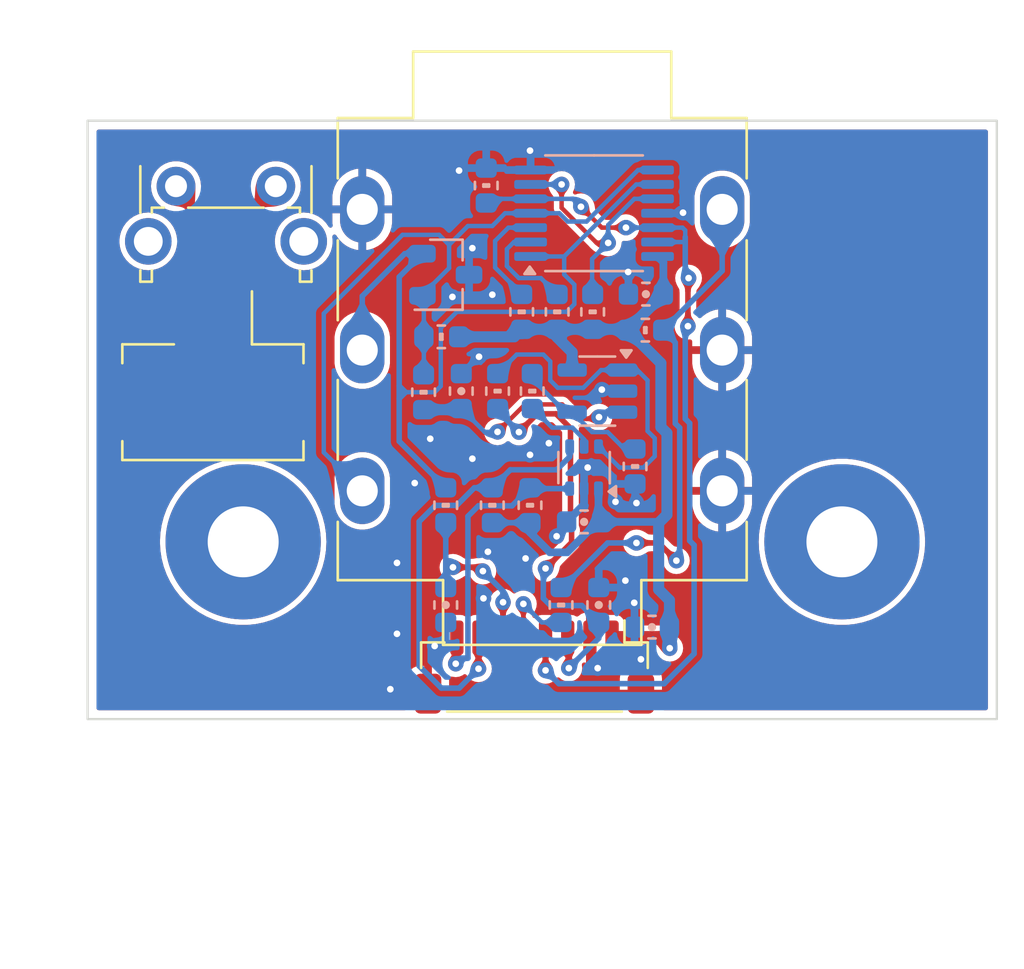
<source format=kicad_pcb>
(kicad_pcb (version 20240108) (generator "pcbnew") (generator_version "8.0")
  (layers (0 "F.Cu" signal) (31 "B.Cu" signal) (34 "B.Paste" user) (35 "F.Paste" user) (36 "B.SilkS" user "B.Silkscreen") (37 "F.SilkS" user "F.Silkscreen") (38 "B.Mask" user) (39 "F.Mask" user) (44 "Edge.Cuts" user))
  (net 0 "")
  (net 1 "Vcc")
  (net 2 "GND")
  (net 3 "/EXP_LP")
  (net 4 "ADC")
  (net 5 "RSin")
  (net 6 "/R_IN")
  (net 7 "/EXP_SENSE")
  (net 8 "/T_IN")
  (net 9 "Sense")
  (net 10 "SCL")
  (net 11 "SDA")
  (net 12 "TRctrl")
  (net 13 "Net-(U2--)")
  (net 14 "Net-(U3-W)")
  (net 15 "Net-(U3-A)")
  (net 16 "Net-(J3-Pin_1)")
  (net 17 "Net-(J3-Pin_2)")
  (net 18 "Net-(R13-Pad2)")
  (net 19 "Net-(R14-Pad2)")
  (net 20 "Net-(R15-Pad2)")
  (footprint "MountingHole:MountingHole_3.2mm_M3" (layer "F.Cu") (at 107.765 132.25)
    (property "Reference" "H2" (hide yes))
    (property "Value" "MountingHole" (hide yes))
    (pad "" thru_hole circle (at 0 0) (size 7 7) (drill 3.2) (layers "*.Cu" "*.Mask" "In1.Cu" "In2.Cu" "In3.Cu" "In4.Cu" "In5.Cu" "In6.Cu" "In7.Cu" "In8.Cu" "In9.Cu" "In10.Cu" "In11.Cu" "In12.Cu" "In13.Cu" "In14.Cu" "In15.Cu" "In16.Cu" "In17.Cu" "In18.Cu" "In19.Cu" "In20.Cu" "In21.Cu" "In22.Cu" "In23.Cu" "In24.Cu" "In25.Cu" "In26.Cu" "In27.Cu" "In28.Cu" "In29.Cu" "In30.Cu"))
  )
  (footprint "Connector_JST:JST_SH_BM08B-SRSS-TB_1x08-1MP_P1.00mm_Vertical" (layer "F.Cu") (at 93.9 137.9 180)
    (property "Reference" "J2" (hide yes))
    (property "Value" "Conn_01x08_MountingPin")
    (pad "1" smd roundrect (at -3.5 1.325 180) (size 0.6 1.55) (layers "F.Cu" "F.Paste" "F.Mask") (net 1 "Vcc"))
    (pad "2" smd roundrect (at -2.5 1.325 180) (size 0.6 1.55) (layers "F.Cu" "F.Paste" "F.Mask") (net 2 "GND"))
    (pad "3" smd roundrect (at -1.5 1.325 180) (size 0.6 1.55) (layers "F.Cu" "F.Paste" "F.Mask") (net 4 "ADC"))
    (pad "4" smd roundrect (at -0.5 1.325 180) (size 0.6 1.55) (layers "F.Cu" "F.Paste" "F.Mask") (net 12 "TRctrl"))
    (pad "5" smd roundrect (at 0.5 1.325 180) (size 0.6 1.55) (layers "F.Cu" "F.Paste" "F.Mask") (net 9 "Sense"))
    (pad "6" smd roundrect (at 1.5 1.325 180) (size 0.6 1.55) (layers "F.Cu" "F.Paste" "F.Mask") (net 5 "RSin"))
    (pad "7" smd roundrect (at 2.5 1.325 180) (size 0.6 1.55) (layers "F.Cu" "F.Paste" "F.Mask") (net 11 "SDA"))
    (pad "8" smd roundrect (at 3.5 1.325 180) (size 0.6 1.55) (layers "F.Cu" "F.Paste" "F.Mask") (net 10 "SCL"))
    (pad "MP" smd roundrect (at -4.8 -1.2 180) (size 1.2 1.8) (layers "F.Cu" "F.Paste" "F.Mask") (roundrect_rratio 0.208333) (net 2 "GND"))
    (pad "MP" smd roundrect (at 4.8 -1.2 180) (size 1.2 1.8) (layers "F.Cu" "F.Paste" "F.Mask") (roundrect_rratio 0.208333) (net 2 "GND"))
  )
  (footprint "Connector_JST:JST_PH_B2B-PH-SM4-TB_1x02-1MP_P2.00mm_Vertical" (layer "F.Cu") (at 79.4 124.2 180)
    (property "Reference" "J3" (hide yes))
    (property "Value" "Conn_01x02_MountingPin")
    (pad "1" smd roundrect (at -1 0.5 180) (size 1 5.5) (layers "F.Cu" "F.Paste" "F.Mask") (net 16 "Net-(J3-Pin_1)"))
    (pad "2" smd roundrect (at 1 0.5 180) (size 1 5.5) (layers "F.Cu" "F.Paste" "F.Mask") (net 17 "Net-(J3-Pin_2)"))
    (pad "MP" smd roundrect (at -3.4 -1.75 180) (size 1.6 3) (layers "F.Cu" "F.Paste" "F.Mask") (roundrect_rratio 0.15625) (net 2 "GND"))
    (pad "MP" smd roundrect (at 3.4 -1.75 180) (size 1.6 3) (layers "F.Cu" "F.Paste" "F.Mask") (roundrect_rratio 0.15625) (net 2 "GND"))
  )
  (footprint "Connector_Audio:Jack_6.35mm_Neutrik_NMJ6HCD2_Horizontal" (layer "F.Cu") (at 86.135 129.95 90)
    (property "Reference" "J1" (hide yes))
    (property "Value" "NMJ6HCD2")
    (pad "R" thru_hole oval (at 6.35 0 90) (size 3 2) (drill 1.4) (layers "*.Cu" "*.Mask" "In1.Cu" "In2.Cu" "In3.Cu" "In4.Cu" "In5.Cu" "In6.Cu" "In7.Cu" "In8.Cu" "In9.Cu" "In10.Cu" "In11.Cu" "In12.Cu" "In13.Cu" "In14.Cu" "In15.Cu" "In16.Cu" "In17.Cu" "In18.Cu" "In19.Cu" "In20.Cu" "In21.Cu" "In22.Cu" "In23.Cu" "In24.Cu" "In25.Cu" "In26.Cu" "In27.Cu" "In28.Cu" "In29.Cu" "In30.Cu") (net 6 "/R_IN"))
    (pad "RN" thru_hole oval (at 6.35 16.23 90) (size 3 2) (drill 1.4) (layers "*.Cu" "*.Mask" "In1.Cu" "In2.Cu" "In3.Cu" "In4.Cu" "In5.Cu" "In6.Cu" "In7.Cu" "In8.Cu" "In9.Cu" "In10.Cu" "In11.Cu" "In12.Cu" "In13.Cu" "In14.Cu" "In15.Cu" "In16.Cu" "In17.Cu" "In18.Cu" "In19.Cu" "In20.Cu" "In21.Cu" "In22.Cu" "In23.Cu" "In24.Cu" "In25.Cu" "In26.Cu" "In27.Cu" "In28.Cu" "In29.Cu" "In30.Cu") (net 2 "GND"))
    (pad "S" thru_hole oval (at 12.7 0 90) (size 3 2) (drill 1.4) (layers "*.Cu" "*.Mask" "In1.Cu" "In2.Cu" "In3.Cu" "In4.Cu" "In5.Cu" "In6.Cu" "In7.Cu" "In8.Cu" "In9.Cu" "In10.Cu" "In11.Cu" "In12.Cu" "In13.Cu" "In14.Cu" "In15.Cu" "In16.Cu" "In17.Cu" "In18.Cu" "In19.Cu" "In20.Cu" "In21.Cu" "In22.Cu" "In23.Cu" "In24.Cu" "In25.Cu" "In26.Cu" "In27.Cu" "In28.Cu" "In29.Cu" "In30.Cu") (net 2 "GND"))
    (pad "SN" thru_hole oval (at 12.7 16.23 90) (size 3 2) (drill 1.4) (layers "*.Cu" "*.Mask" "In1.Cu" "In2.Cu" "In3.Cu" "In4.Cu" "In5.Cu" "In6.Cu" "In7.Cu" "In8.Cu" "In9.Cu" "In10.Cu" "In11.Cu" "In12.Cu" "In13.Cu" "In14.Cu" "In15.Cu" "In16.Cu" "In17.Cu" "In18.Cu" "In19.Cu" "In20.Cu" "In21.Cu" "In22.Cu" "In23.Cu" "In24.Cu" "In25.Cu" "In26.Cu" "In27.Cu" "In28.Cu" "In29.Cu" "In30.Cu") (net 7 "/EXP_SENSE"))
    (pad "T" thru_hole oval (at 0 0 90) (size 3 2) (drill 1.4) (layers "*.Cu" "*.Mask" "In1.Cu" "In2.Cu" "In3.Cu" "In4.Cu" "In5.Cu" "In6.Cu" "In7.Cu" "In8.Cu" "In9.Cu" "In10.Cu" "In11.Cu" "In12.Cu" "In13.Cu" "In14.Cu" "In15.Cu" "In16.Cu" "In17.Cu" "In18.Cu" "In19.Cu" "In20.Cu" "In21.Cu" "In22.Cu" "In23.Cu" "In24.Cu" "In25.Cu" "In26.Cu" "In27.Cu" "In28.Cu" "In29.Cu" "In30.Cu") (net 8 "/T_IN"))
    (pad "TN" thru_hole oval (at 0 16.23 90) (size 3 2) (drill 1.4) (layers "*.Cu" "*.Mask" "In1.Cu" "In2.Cu" "In3.Cu" "In4.Cu" "In5.Cu" "In6.Cu" "In7.Cu" "In8.Cu" "In9.Cu" "In10.Cu" "In11.Cu" "In12.Cu" "In13.Cu" "In14.Cu" "In15.Cu" "In16.Cu" "In17.Cu" "In18.Cu" "In19.Cu" "In20.Cu" "In21.Cu" "In22.Cu" "In23.Cu" "In24.Cu" "In25.Cu" "In26.Cu" "In27.Cu" "In28.Cu" "In29.Cu" "In30.Cu") (net 2 "GND"))
  )
  (footprint "Button_Switch_THT:SW_Tactile_SPST_Angled_PTS645Vx83-2LFS" (layer "F.Cu") (at 77.736 116.204)
    (property "Reference" "SW1" (hide yes))
    (property "Value" "SW_Push")
    (pad "" thru_hole circle (at -1.25 2.49) (size 2.1 2.1) (drill 1.3) (layers "*.Cu" "*.Mask" "In1.Cu" "In2.Cu" "In3.Cu" "In4.Cu" "In5.Cu" "In6.Cu" "In7.Cu" "In8.Cu" "In9.Cu" "In10.Cu" "In11.Cu" "In12.Cu" "In13.Cu" "In14.Cu" "In15.Cu" "In16.Cu" "In17.Cu" "In18.Cu" "In19.Cu" "In20.Cu" "In21.Cu" "In22.Cu" "In23.Cu" "In24.Cu" "In25.Cu" "In26.Cu" "In27.Cu" "In28.Cu" "In29.Cu" "In30.Cu"))
    (pad "" thru_hole circle (at 5.76 2.49) (size 2.1 2.1) (drill 1.3) (layers "*.Cu" "*.Mask" "In1.Cu" "In2.Cu" "In3.Cu" "In4.Cu" "In5.Cu" "In6.Cu" "In7.Cu" "In8.Cu" "In9.Cu" "In10.Cu" "In11.Cu" "In12.Cu" "In13.Cu" "In14.Cu" "In15.Cu" "In16.Cu" "In17.Cu" "In18.Cu" "In19.Cu" "In20.Cu" "In21.Cu" "In22.Cu" "In23.Cu" "In24.Cu" "In25.Cu" "In26.Cu" "In27.Cu" "In28.Cu" "In29.Cu" "In30.Cu"))
    (pad "1" thru_hole circle (at 0 0) (size 1.75 1.75) (drill 0.99) (layers "*.Cu" "*.Mask" "In1.Cu" "In2.Cu" "In3.Cu" "In4.Cu" "In5.Cu" "In6.Cu" "In7.Cu" "In8.Cu" "In9.Cu" "In10.Cu" "In11.Cu" "In12.Cu" "In13.Cu" "In14.Cu" "In15.Cu" "In16.Cu" "In17.Cu" "In18.Cu" "In19.Cu" "In20.Cu" "In21.Cu" "In22.Cu" "In23.Cu" "In24.Cu" "In25.Cu" "In26.Cu" "In27.Cu" "In28.Cu" "In29.Cu" "In30.Cu") (net 17 "Net-(J3-Pin_2)"))
    (pad "2" thru_hole circle (at 4.5 0) (size 1.75 1.75) (drill 0.99) (layers "*.Cu" "*.Mask" "In1.Cu" "In2.Cu" "In3.Cu" "In4.Cu" "In5.Cu" "In6.Cu" "In7.Cu" "In8.Cu" "In9.Cu" "In10.Cu" "In11.Cu" "In12.Cu" "In13.Cu" "In14.Cu" "In15.Cu" "In16.Cu" "In17.Cu" "In18.Cu" "In19.Cu" "In20.Cu" "In21.Cu" "In22.Cu" "In23.Cu" "In24.Cu" "In25.Cu" "In26.Cu" "In27.Cu" "In28.Cu" "In29.Cu" "In30.Cu") (net 16 "Net-(J3-Pin_1)"))
  )
  (footprint "MountingHole:MountingHole_3.2mm_M3" (layer "F.Cu") (at 80.765 132.25)
    (property "Reference" "H1" (hide yes))
    (property "Value" "MountingHole")
    (pad "" thru_hole circle (at 0 0) (size 7 7) (drill 3.2) (layers "*.Cu" "*.Mask" "In1.Cu" "In2.Cu" "In3.Cu" "In4.Cu" "In5.Cu" "In6.Cu" "In7.Cu" "In8.Cu" "In9.Cu" "In10.Cu" "In11.Cu" "In12.Cu" "In13.Cu" "In14.Cu" "In15.Cu" "In16.Cu" "In17.Cu" "In18.Cu" "In19.Cu" "In20.Cu" "In21.Cu" "In22.Cu" "In23.Cu" "In24.Cu" "In25.Cu" "In26.Cu" "In27.Cu" "In28.Cu" "In29.Cu" "In30.Cu"))
  )
  (footprint "Package_SO:TSSOP-14_4.4x5mm_P0.65mm" (layer "B.Cu") (at 96.5875 117.425)
    (property "Reference" "U1" (hide yes))
    (property "Value" "74HC4066")
    (pad "1" smd roundrect (at -2.8625 1.95) (size 1.475 0.4) (layers "B.Cu" "B.Paste" "B.Mask") (net 6 "/R_IN"))
    (pad "2" smd roundrect (at -2.8625 1.3) (size 1.475 0.4) (layers "B.Cu" "B.Paste" "B.Mask") (net 19 "Net-(R14-Pad2)"))
    (pad "3" smd roundrect (at -2.8625 0.65) (size 1.475 0.4) (layers "B.Cu" "B.Paste" "B.Mask") (net 18 "Net-(R13-Pad2)"))
    (pad "4" smd roundrect (at -2.8625 0) (size 1.475 0.4) (layers "B.Cu" "B.Paste" "B.Mask") (net 8 "/T_IN"))
    (pad "5" smd roundrect (at -2.8625 -0.65) (size 1.475 0.4) (layers "B.Cu" "B.Paste" "B.Mask") (net 12 "TRctrl"))
    (pad "6" smd roundrect (at -2.8625 -1.3) (size 1.475 0.4) (layers "B.Cu" "B.Paste" "B.Mask") (net 20 "Net-(R15-Pad2)"))
    (pad "7" smd roundrect (at -2.8625 -1.95) (size 1.475 0.4) (layers "B.Cu" "B.Paste" "B.Mask") (net 2 "GND"))
    (pad "8" smd roundrect (at 2.8625 -1.95) (size 1.475 0.4) (layers "B.Cu" "B.Paste" "B.Mask") (net 8 "/T_IN"))
    (pad "9" smd roundrect (at 2.8625 -1.3) (size 1.475 0.4) (layers "B.Cu" "B.Paste" "B.Mask") (net 6 "/R_IN"))
    (pad "10" smd roundrect (at 2.8625 -0.65) (size 1.475 0.4) (layers "B.Cu" "B.Paste" "B.Mask") (net 20 "Net-(R15-Pad2)"))
    (pad "11" smd roundrect (at 2.8625 0) (size 1.475 0.4) (layers "B.Cu" "B.Paste" "B.Mask") (net 2 "GND"))
    (pad "12" smd roundrect (at 2.8625 0.65) (size 1.475 0.4) (layers "B.Cu" "B.Paste" "B.Mask") (net 12 "TRctrl"))
    (pad "13" smd roundrect (at 2.8625 1.3) (size 1.475 0.4) (layers "B.Cu" "B.Paste" "B.Mask") (net 12 "TRctrl"))
    (pad "14" smd roundrect (at 2.8625 1.95) (size 1.475 0.4) (layers "B.Cu" "B.Paste" "B.Mask") (net 1 "Vcc"))
  )
  (footprint "H_smd_passives:Hx_C_0603_1608Metric" (layer "B.Cu") (at 96.8 135.1 90)
    (property "Reference" "C3" (hide yes))
    (property "Value" "100n")
    (pad "1" smd roundrect (at -0.787501 0 90) (size 0.875 0.95) (layers "B.Cu" "B.Paste" "B.Mask") (net 4 "ADC"))
    (pad "2" smd roundrect (at 0.787501 0 90) (size 0.875 0.95) (layers "B.Cu" "B.Paste" "B.Mask") (net 2 "GND"))
  )
  (footprint "H_smd_passives:Hx_C_0603_1608Metric" (layer "B.Cu") (at 99.2 136.1 180)
    (property "Reference" "C1" (hide yes))
    (property "Value" "10u")
    (pad "1" smd roundrect (at -0.787501 0 180) (size 0.875 0.95) (layers "B.Cu" "B.Paste" "B.Mask") (net 1 "Vcc"))
    (pad "2" smd roundrect (at 0.787501 0 180) (size 0.875 0.95) (layers "B.Cu" "B.Paste" "B.Mask") (net 2 "GND"))
  )
  (footprint "H_smd_passives:Hx_R_0603_1608Metric" (layer "B.Cu") (at 91.725 116.175 90)
    (property "Reference" "R12" (hide yes))
    (property "Value" "10k")
    (pad "1" smd roundrect (at -0.787501 0 90) (size 0.875 0.95) (layers "B.Cu" "B.Paste" "B.Mask") (net 12 "TRctrl"))
    (pad "2" smd roundrect (at 0.787501 0 90) (size 0.875 0.95) (layers "B.Cu" "B.Paste" "B.Mask") (net 2 "GND"))
  )
  (footprint "Package_TO_SOT_SMD:SOT-363_SC-70-6" (layer "B.Cu") (at 96.1375 128.899999 90)
    (property "Reference" "U3" (hide yes))
    (property "Value" "MCP4018T-103E/LT")
    (pad "1" smd roundrect (at -0.95 0.65 90) (size 0.65 0.4) (layers "B.Cu" "B.Paste" "B.Mask") (net 1 "Vcc"))
    (pad "2" smd roundrect (at -0.949999 0 90) (size 0.65 0.4) (layers "B.Cu" "B.Paste" "B.Mask") (net 2 "GND"))
    (pad "3" smd roundrect (at -0.95 -0.65 90) (size 0.65 0.4) (layers "B.Cu" "B.Paste" "B.Mask") (net 10 "SCL"))
    (pad "4" smd roundrect (at 0.95 -0.65 90) (size 0.65 0.4) (layers "B.Cu" "B.Paste" "B.Mask") (net 11 "SDA"))
    (pad "5" smd roundrect (at 0.949999 0 90) (size 0.65 0.4) (layers "B.Cu" "B.Paste" "B.Mask") (net 14 "Net-(U3-W)"))
    (pad "6" smd roundrect (at 0.95 0.65 90) (size 0.65 0.4) (layers "B.Cu" "B.Paste" "B.Mask") (net 15 "Net-(U3-A)"))
  )
  (footprint "H_smd_passives:Hx_R_0603_1608Metric" (layer "B.Cu") (at 89.7 123 180)
    (property "Reference" "R1" (hide yes))
    (property "Value" "100k")
    (pad "1" smd roundrect (at -0.787501 0 180) (size 0.875 0.95) (layers "B.Cu" "B.Paste" "B.Mask") (net 1 "Vcc"))
    (pad "2" smd roundrect (at 0.787501 0 180) (size 0.875 0.95) (layers "B.Cu" "B.Paste" "B.Mask") (net 8 "/T_IN"))
  )
  (footprint "H_smd_passives:Hx_R_0603_1608Metric" (layer "B.Cu") (at 93.325 121.875 90)
    (property "Reference" "R13" (hide yes))
    (property "Value" "10k")
    (pad "1" smd roundrect (at -0.787501 0 90) (size 0.875 0.95) (layers "B.Cu" "B.Paste" "B.Mask") (net 1 "Vcc"))
    (pad "2" smd roundrect (at 0.787501 0 90) (size 0.875 0.95) (layers "B.Cu" "B.Paste" "B.Mask") (net 18 "Net-(R13-Pad2)"))
  )
  (footprint "H_smd_passives:Hx_R_0603_1608Metric" (layer "B.Cu") (at 98.4375 128.85 -90)
    (property "Reference" "R5" (hide yes))
    (property "Value" "1k")
    (pad "1" smd roundrect (at -0.787501 0 270) (size 0.875 0.95) (layers "B.Cu" "B.Paste" "B.Mask") (net 13 "Net-(U2--)"))
    (pad "2" smd roundrect (at 0.787501 0 270) (size 0.875 0.95) (layers "B.Cu" "B.Paste" "B.Mask") (net 2 "GND"))
  )
  (footprint "H_smd_passives:Hx_R_0603_1608Metric" (layer "B.Cu") (at 93.8 125.45 -90)
    (property "Reference" "R4" (hide yes))
    (property "Value" "1k")
    (pad "1" smd roundrect (at -0.787501 0 270) (size 0.875 0.95) (layers "B.Cu" "B.Paste" "B.Mask") (net 13 "Net-(U2--)"))
    (pad "2" smd roundrect (at 0.787501 0 270) (size 0.875 0.95) (layers "B.Cu" "B.Paste" "B.Mask") (net 14 "Net-(U3-W)"))
  )
  (footprint "H_smd_passives:Hx_R_0603_1608Metric" (layer "B.Cu") (at 88.9 125.5 -90)
    (property "Reference" "R3" (hide yes))
    (property "Value" "1k")
    (pad "1" smd roundrect (at -0.787501 0 270) (size 0.875 0.95) (layers "B.Cu" "B.Paste" "B.Mask") (net 8 "/T_IN"))
    (pad "2" smd roundrect (at 0.787501 0 270) (size 0.875 0.95) (layers "B.Cu" "B.Paste" "B.Mask") (net 3 "/EXP_LP"))
  )
  (footprint "H_smd_passives:Hx_C_0603_1608Metric" (layer "B.Cu") (at 96.1375 131.35)
    (property "Reference" "C4" (hide yes))
    (property "Value" "100n")
    (pad "1" smd roundrect (at -0.787501 0) (size 0.875 0.95) (layers "B.Cu" "B.Paste" "B.Mask") (net 2 "GND"))
    (pad "2" smd roundrect (at 0.787501 0) (size 0.875 0.95) (layers "B.Cu" "B.Paste" "B.Mask") (net 1 "Vcc"))
  )
  (footprint "H_smd_passives:Hx_R_0603_1608Metric" (layer "B.Cu") (at 89.9 130.6 90)
    (property "Reference" "R9" (hide yes))
    (property "Value" "1k")
    (pad "1" smd roundrect (at -0.787501 0 90) (size 0.875 0.95) (layers "B.Cu" "B.Paste" "B.Mask") (net 5 "RSin"))
    (pad "2" smd roundrect (at 0.787501 0 90) (size 0.875 0.95) (layers "B.Cu" "B.Paste" "B.Mask") (net 6 "/R_IN"))
  )
  (footprint "H_smd_passives:Hx_R_0603_1608Metric" (layer "B.Cu") (at 93.7 130.6 90)
    (property "Reference" "R10" (hide yes))
    (property "Value" "10k")
    (pad "1" smd roundrect (at -0.787501 0 90) (size 0.875 0.95) (layers "B.Cu" "B.Paste" "B.Mask") (net 1 "Vcc"))
    (pad "2" smd roundrect (at 0.787501 0 90) (size 0.875 0.95) (layers "B.Cu" "B.Paste" "B.Mask") (net 10 "SCL"))
  )
  (footprint "H_smd_passives:Hx_R_0603_1608Metric" (layer "B.Cu") (at 92.2375 125.45 -90)
    (property "Reference" "R6" (hide yes))
    (property "Value" "1k")
    (pad "1" smd roundrect (at -0.787501 0 270) (size 0.875 0.95) (layers "B.Cu" "B.Paste" "B.Mask") (net 15 "Net-(U3-A)"))
    (pad "2" smd roundrect (at 0.787501 0 270) (size 0.875 0.95) (layers "B.Cu" "B.Paste" "B.Mask") (net 4 "ADC"))
  )
  (footprint "H_smd_passives:Hx_R_0603_1608Metric" (layer "B.Cu") (at 96.525 121.875 90)
    (property "Reference" "R15" (hide yes))
    (property "Value" "10k")
    (pad "1" smd roundrect (at -0.787501 0 90) (size 0.875 0.95) (layers "B.Cu" "B.Paste" "B.Mask") (net 1 "Vcc"))
    (pad "2" smd roundrect (at 0.787501 0 90) (size 0.875 0.95) (layers "B.Cu" "B.Paste" "B.Mask") (net 20 "Net-(R15-Pad2)"))
  )
  (footprint "H_smd_passives:Hx_R_0603_1608Metric" (layer "B.Cu") (at 92 130.6 90)
    (property "Reference" "R11" (hide yes))
    (property "Value" "10k")
    (pad "1" smd roundrect (at -0.787501 0 90) (size 0.875 0.95) (layers "B.Cu" "B.Paste" "B.Mask") (net 1 "Vcc"))
    (pad "2" smd roundrect (at 0.787501 0 90) (size 0.875 0.95) (layers "B.Cu" "B.Paste" "B.Mask") (net 11 "SDA"))
  )
  (footprint "H_smd_passives:Hx_C_0603_1608Metric" (layer "B.Cu") (at 90.6 125.45 90)
    (property "Reference" "C2" (hide yes))
    (property "Value" "100n")
    (pad "1" smd roundrect (at -0.787501 0 90) (size 0.875 0.95) (layers "B.Cu" "B.Paste" "B.Mask") (net 3 "/EXP_LP"))
    (pad "2" smd roundrect (at 0.787501 0 90) (size 0.875 0.95) (layers "B.Cu" "B.Paste" "B.Mask") (net 2 "GND"))
  )
  (footprint "H_smd_passives:Hx_C_0603_1608Metric" (layer "B.Cu") (at 89.9 135.1 -90)
    (property "Reference" "C6" (hide yes))
    (property "Value" "100n")
    (pad "1" smd roundrect (at -0.787501 0 270) (size 0.875 0.95) (layers "B.Cu" "B.Paste" "B.Mask") (net 5 "RSin"))
    (pad "2" smd roundrect (at 0.787501 0 270) (size 0.875 0.95) (layers "B.Cu" "B.Paste" "B.Mask") (net 2 "GND"))
  )
  (footprint "H_SOT:SOT-23" (layer "B.Cu") (at 89.9 120.2)
    (property "Reference" "D1" (hide yes))
    (property "Value" "PESD3V3L2BT")
    (pad "1" smd roundrect (at -1.050001 0.95) (size 1.2 0.8) (layers "B.Cu" "B.Paste" "B.Mask") (net 8 "/T_IN"))
    (pad "2" smd roundrect (at -1.050001 -0.95) (size 1.2 0.8) (layers "B.Cu" "B.Paste" "B.Mask") (net 6 "/R_IN"))
    (pad "3" smd roundrect (at 1.05 0) (size 1.2 0.8) (layers "B.Cu" "B.Paste" "B.Mask") (net 2 "GND"))
  )
  (footprint "H_smd_passives:Hx_R_0603_1608Metric" (layer "B.Cu") (at 94.925 121.875 90)
    (property "Reference" "R14" (hide yes))
    (property "Value" "10k")
    (pad "1" smd roundrect (at -0.787501 0 90) (size 0.875 0.95) (layers "B.Cu" "B.Paste" "B.Mask") (net 1 "Vcc"))
    (pad "2" smd roundrect (at 0.787501 0 90) (size 0.875 0.95) (layers "B.Cu" "B.Paste" "B.Mask") (net 19 "Net-(R14-Pad2)"))
  )
  (footprint "H_smd_passives:Hx_R_0603_1608Metric" (layer "B.Cu") (at 95.1 135.1 90)
    (property "Reference" "R8" (hide yes))
    (property "Value" "1k")
    (pad "1" smd roundrect (at -0.787501 0 90) (size 0.875 0.95) (layers "B.Cu" "B.Paste" "B.Mask") (net 9 "Sense"))
    (pad "2" smd roundrect (at 0.787501 0 90) (size 0.875 0.95) (layers "B.Cu" "B.Paste" "B.Mask") (net 7 "/EXP_SENSE"))
  )
  (footprint "H_smd_passives:Hx_R_0603_1608Metric" (layer "B.Cu") (at 98.9 122.7)
    (property "Reference" "R7" (hide yes))
    (property "Value" "10k")
    (pad "1" smd roundrect (at -0.787501 0) (size 0.875 0.95) (layers "B.Cu" "B.Paste" "B.Mask") (net 1 "Vcc"))
    (pad "2" smd roundrect (at 0.787501 0) (size 0.875 0.95) (layers "B.Cu" "B.Paste" "B.Mask") (net 7 "/EXP_SENSE"))
  )
  (footprint "Package_TO_SOT_SMD:SOT-23-5" (layer "B.Cu") (at 96.7375 125.45 180)
    (property "Reference" "U2" (hide yes))
    (property "Value" "MCP6001-OT")
    (pad "1" smd roundrect (at -1.1375 0.95 180) (size 1.325 0.6) (layers "B.Cu" "B.Paste" "B.Mask") (net 15 "Net-(U3-A)"))
    (pad "2" smd roundrect (at -1.1375 0 180) (size 1.325 0.6) (layers "B.Cu" "B.Paste" "B.Mask") (net 2 "GND"))
    (pad "3" smd roundrect (at -1.1375 -0.95 180) (size 1.325 0.6) (layers "B.Cu" "B.Paste" "B.Mask") (net 3 "/EXP_LP"))
    (pad "4" smd roundrect (at 1.1375 -0.95 180) (size 1.325 0.6) (layers "B.Cu" "B.Paste" "B.Mask") (net 13 "Net-(U2--)"))
    (pad "5" smd roundrect (at 1.1375 0.95 180) (size 1.325 0.6) (layers "B.Cu" "B.Paste" "B.Mask") (net 1 "Vcc"))
  )
  (footprint "H_smd_passives:Hx_C_0603_1608Metric" (layer "B.Cu") (at 98.925 121.075)
    (property "Reference" "C5" (hide yes))
    (property "Value" "100n")
    (pad "1" smd roundrect (at -0.787501 0) (size 0.875 0.95) (layers "B.Cu" "B.Paste" "B.Mask") (net 2 "GND"))
    (pad "2" smd roundrect (at 0.787501 0) (size 0.875 0.95) (layers "B.Cu" "B.Paste" "B.Mask") (net 1 "Vcc"))
  )
  (gr_rect (start 73.75 113.25) (end 114.75 140.25) (stroke (width 0.1)) (fill none) (layer "Edge.Cuts"))
  (segment (start 99.525 136.575) (end 100 137.05) (width 0.6) (layer "F.Cu") (net 1))
  (segment (start 97.4 136.575) (end 99.525 136.575) (width 0.6) (layer "F.Cu") (net 1))
  (via (at 100 137.05) (size 0.7) (drill 0.3) (layers "F.Cu" "B.Cu") (net 1))
  (segment (start 98.124999 122.662501) (end 99.712499 121.075) (width 0.5) (layer "B.Cu") (net 1))
  (segment (start 95.375 132.725) (end 94.599695 132.725) (width 0.35) (layer "B.Cu") (net 1))
  (segment (start 99.5 134.4) (end 99.987501 134.887501) (width 0.5) (layer "B.Cu") (net 1))
  (segment (start 99.45 131.35) (end 99.5 131.4) (width 0.35) (layer "B.Cu") (net 1))
  (segment (start 94.599695 132.725) (end 93.7 131.825305) (width 0.35) (layer "B.Cu") (net 1))
  (segment (start 96.925001 131.35) (end 99.45 131.35) (width 0.35) (layer "B.Cu") (net 1))
  (segment (start 92 131.387501) (end 93.7 131.387501) (width 0.25) (layer "B.Cu") (net 1))
  (segment (start 99.987501 134.887501) (end 99.987501 136.1) (width 0.5) (layer "B.Cu") (net 1))
  (segment (start 99.875 131.025) (end 99.5 131.4) (width 0.5) (layer "B.Cu") (net 1))
  (segment (start 96.75 131.35) (end 95.375 132.725) (width 0.35) (layer "B.Cu") (net 1))
  (segment (start 99.6 124.187501) (end 99.6 127.07359) (width 0.5) (layer "B.Cu") (net 1))
  (segment (start 99.712501 119.637501) (end 99.45 119.375) (width 0.35) (layer "B.Cu") (net 1))
  (segment (start 94.925 122.662501) (end 94.925 123.025) (width 0.5) (layer "B.Cu") (net 1))
  (segment (start 96.7875 131.212499) (end 96.925001 131.35) (width 0.35) (layer "B.Cu") (net 1))
  (segment (start 98.112499 122.7) (end 99.6 124.187501) (width 0.5) (layer "B.Cu") (net 1))
  (segment (start 93.7 131.825305) (end 93.7 131.387501) (width 0.35) (layer "B.Cu") (net 1))
  (segment (start 99.875 127.34859) (end 99.875 131.025) (width 0.5) (layer "B.Cu") (net 1))
  (segment (start 96.525 122.662501) (end 98.124999 122.662501) (width 0.5) (layer "B.Cu") (net 1))
  (segment (start 90.487501 123) (end 92.987501 123) (width 0.5) (layer "B.Cu") (net 1))
  (segment (start 99.712501 121.075) (end 99.712501 119.637501) (width 0.35) (layer "B.Cu") (net 1))
  (segment (start 96.925001 131.35) (end 96.75 131.35) (width 0.35) (layer "B.Cu") (net 1))
  (segment (start 99.5 131.4) (end 99.5 134.4) (width 0.5) (layer "B.Cu") (net 1))
  (segment (start 94.925 123.025) (end 95.6 123.7) (width 0.5) (layer "B.Cu") (net 1))
  (segment (start 92.987501 123) (end 93.325 122.662501) (width 0.5) (layer "B.Cu") (net 1))
  (segment (start 100 136.112499) (end 99.987501 136.1) (width 0.6) (layer "B.Cu") (net 1))
  (segment (start 94.925 122.662501) (end 96.525 122.662501) (width 0.5) (layer "B.Cu") (net 1))
  (segment (start 96.7875 129.849999) (end 96.7875 131.212499) (width 0.35) (layer "B.Cu") (net 1))
  (segment (start 100 137.05) (end 100 136.112499) (width 0.6) (layer "B.Cu") (net 1))
  (segment (start 99.6 127.07359) (end 99.875 127.34859) (width 0.5) (layer "B.Cu") (net 1))
  (segment (start 93.325 122.662501) (end 94.925 122.662501) (width 0.5) (layer "B.Cu") (net 1))
  (segment (start 95.6 123.7) (end 95.6 124.5) (width 0.5) (layer "B.Cu") (net 1))
  (via (at 94.55 127.8) (size 0.7) (drill 0.3) (layers "F.Cu" "B.Cu") (net 2))
  (via (at 87.7 136.4) (size 0.7) (drill 0.3) (layers "F.Cu" "B.Cu") (net 2))
  (via (at 90.5 115.5) (size 0.7) (drill 0.3) (layers "F.Cu" "B.Cu") (net 2))
  (via (at 89.2 127.6) (size 0.7) (drill 0.3) (layers "F.Cu" "B.Cu") (net 2))
  (via (at 94.9 132) (size 0.7) (drill 0.3) (layers "F.Cu" "B.Cu") (net 2))
  (via (at 90.2 121.2) (size 0.7) (drill 0.3) (layers "F.Cu" "B.Cu") (net 2))
  (via (at 91.8 132.7) (size 0.7) (drill 0.3) (layers "F.Cu" "B.Cu") (net 2))
  (via (at 88.5 129.6) (size 0.7) (drill 0.3) (layers "F.Cu" "B.Cu") (net 2))
  (via (at 89.4 136.95) (size 0.7) (drill 0.3) (layers "F.Cu" "B.Cu") (net 2))
  (via (at 91.6 134.8) (size 0.7) (drill 0.3) (layers "F.Cu" "B.Cu") (net 2))
  (via (at 91.1 128.5) (size 0.7) (drill 0.3) (layers "F.Cu" "B.Cu") (net 2))
  (via (at 93.5 133) (size 0.7) (drill 0.3) (layers "F.Cu" "B.Cu") (net 2))
  (via (at 98.125 120.075) (size 0.7) (drill 0.3) (layers "F.Cu" "B.Cu") (net 2))
  (via (at 98 134) (size 0.7) (drill 0.3) (layers "F.Cu" "B.Cu") (net 2))
  (via (at 96.938423 125.383869) (size 0.7) (drill 0.3) (layers "F.Cu" "B.Cu") (net 2))
  (via (at 93.7 114.6) (size 0.7) (drill 0.3) (layers "F.Cu" "B.Cu") (net 2))
  (via (at 92 121.1) (size 0.7) (drill 0.3) (layers "F.Cu" "B.Cu") (net 2))
  (via (at 87.4 138.9) (size 0.7) (drill 0.3) (layers "F.Cu" "B.Cu") (net 2))
  (via (at 96.3 128.9) (size 0.7) (drill 0.3) (layers "F.Cu" "B.Cu") (net 2))
  (via (at 87.7 133.2) (size 0.7) (drill 0.3) (layers "F.Cu" "B.Cu") (net 2))
  (via (at 93.7 128.325) (size 0.7) (drill 0.3) (layers "F.Cu" "B.Cu") (net 2))
  (via (at 98.4 135) (size 0.7) (drill 0.3) (layers "F.Cu" "B.Cu") (net 2))
  (via (at 98.7 137.55) (size 0.7) (drill 0.3) (layers "F.Cu" "B.Cu") (net 2))
  (via (at 98.5 130.5) (size 0.7) (drill 0.3) (layers "F.Cu" "B.Cu") (net 2))
  (via (at 100.6 117.4) (size 0.7) (drill 0.3) (layers "F.Cu" "B.Cu") (net 2))
  (via (at 97.554593 130.443697) (size 0.7) (drill 0.3) (layers "F.Cu" "B.Cu") (net 2))
  (via (at 91.4 123.9) (size 0.7) (drill 0.3) (layers "F.Cu" "B.Cu") (net 2))
  (via (at 91.1 119) (size 0.7) (drill 0.3) (layers "F.Cu" "B.Cu") (net 2))
  (via (at 96.75 137.95) (size 0.7) (drill 0.3) (layers "F.Cu" "B.Cu") (net 2))
  (segment (start 91.362499 123.9) (end 90.6 124.662499) (width 0.25) (layer "B.Cu") (net 2))
  (segment (start 100.597193 117.402807) (end 100.6 117.4) (width 0.2) (layer "B.Cu") (net 2))
  (segment (start 99.45 117.425) (end 100.597193 117.425) (width 0.2) (layer "B.Cu") (net 2))
  (segment (start 89.9 135.887501) (end 89.9 136.45) (width 0.2) (layer "B.Cu") (net 2))
  (segment (start 96.1375 129.849998) (end 96.1375 130.562499) (width 0.35) (layer "B.Cu") (net 2))
  (segment (start 98.1375 120.0875) (end 98.125 120.075) (width 0.2) (layer "B.Cu") (net 2))
  (segment (start 94.9 132) (end 95.349999 131.550001) (width 0.35) (layer "B.Cu") (net 2))
  (segment (start 95.349999 131.550001) (end 95.349999 131.35) (width 0.35) (layer "B.Cu") (net 2))
  (segment (start 98.1375 121.075) (end 98.1375 120.0875) (width 0.2) (layer "B.Cu") (net 2))
  (segment (start 91.4 123.9) (end 91.362499 123.9) (width 0.25) (layer "B.Cu") (net 2))
  (segment (start 96.1375 130.562499) (end 95.349999 131.35) (width 0.35) (layer "B.Cu") (net 2))
  (segment (start 98.4375 129.637501) (end 98.4375 130.4375) (width 0.25) (layer "B.Cu") (net 2))
  (segment (start 89.9 136.45) (end 89.4 136.95) (width 0.2) (layer "B.Cu") (net 2))
  (segment (start 100.597193 117.425) (end 100.597193 117.402807) (width 0.2) (layer "B.Cu") (net 2))
  (segment (start 97.004554 125.45) (end 96.938423 125.383869) (width 0.25) (layer "B.Cu") (net 2))
  (segment (start 97.875 125.45) (end 97.004554 125.45) (width 0.25) (layer "B.Cu") (net 2))
  (segment (start 98.4375 130.4375) (end 98.5 130.5) (width 0.25) (layer "B.Cu") (net 2))
  (segment (start 95.8 126.7) (end 95.15 126.05) (width 0.2) (layer "F.Cu") (net 3))
  (segment (start 96.809368 126.623392) (end 96.73276 126.7) (width 0.2) (layer "F.Cu") (net 3))
  (segment (start 93.475 126.05) (end 92.235202 127.289798) (width 0.2) (layer "F.Cu") (net 3))
  (segment (start 96.73276 126.7) (end 95.8 126.7) (width 0.2) (layer "F.Cu") (net 3))
  (segment (start 95.15 126.05) (end 93.475 126.05) (width 0.2) (layer "F.Cu") (net 3))
  (via (at 92.235202 127.289798) (size 0.7) (drill 0.3) (layers "F.Cu" "B.Cu") (net 3))
  (via (at 96.809368 126.623392) (size 0.7) (drill 0.3) (layers "F.Cu" "B.Cu") (net 3))
  (segment (start 96.809368 126.623392) (end 97.03276 126.4) (width 0.2) (layer "B.Cu") (net 3))
  (segment (start 90.55 126.287501) (end 90.6 126.237501) (width 0.5) (layer "B.Cu") (net 3))
  (segment (start 90.6 126.237501) (end 91.652297 127.289798) (width 0.2) (layer "B.Cu") (net 3))
  (segment (start 91.652297 127.289798) (end 92.235202 127.289798) (width 0.2) (layer "B.Cu") (net 3))
  (segment (start 97.03276 126.4) (end 97.875 126.4) (width 0.2) (layer "B.Cu") (net 3))
  (segment (start 88.9 126.287501) (end 90.55 126.287501) (width 0.5) (layer "B.Cu") (net 3))
  (segment (start 93.2 127.3) (end 94.025 126.475) (width 0.25) (layer "F.Cu") (net 4))
  (segment (start 95.45 137.95) (end 95.45 136.625) (width 0.25) (layer "F.Cu") (net 4))
  (segment (start 94.025 126.475) (end 94.875 126.475) (width 0.25) (layer "F.Cu") (net 4))
  (segment (start 95.575 132.279595) (end 94.404595 133.45) (width 0.25) (layer "F.Cu") (net 4))
  (segment (start 95.525 127.125) (end 95.525 131.670405) (width 0.25) (layer "F.Cu") (net 4))
  (segment (start 94.875 126.475) (end 95.525 127.125) (width 0.25) (layer "F.Cu") (net 4))
  (segment (start 94.404595 133.45) (end 94.4 133.45) (width 0.25) (layer "F.Cu") (net 4))
  (segment (start 95.575 131.720405) (end 95.575 132.279595) (width 0.25) (layer "F.Cu") (net 4))
  (segment (start 95.525 131.670405) (end 95.575 131.720405) (width 0.25) (layer "F.Cu") (net 4))
  (segment (start 95.45 136.625) (end 95.4 136.575) (width 0.25) (layer "F.Cu") (net 4))
  (via (at 95.45 137.95) (size 0.7) (drill 0.3) (layers "F.Cu" "B.Cu") (net 4))
  (via (at 93.2 127.3) (size 0.7) (drill 0.3) (layers "F.Cu" "B.Cu") (net 4))
  (via (at 94.4 133.45) (size 0.7) (drill 0.3) (layers "F.Cu" "B.Cu") (net 4))
  (segment (start 93.2 127.3) (end 92.2375 126.3375) (width 0.25) (layer "B.Cu") (net 4))
  (segment (start 94.3 133.55) (end 94.3 134.8) (width 0.25) (layer "B.Cu") (net 4))
  (segment (start 96.8 135.887501) (end 96.8 136.6) (width 0.25) (layer "B.Cu") (net 4))
  (segment (start 92.2375 126.3375) (end 92.2375 126.237501) (width 0.25) (layer "B.Cu") (net 4))
  (segment (start 94.3 134.8) (end 94.625001 135.125001) (width 0.25) (layer "B.Cu") (net 4))
  (segment (start 96.8 135.887501) (end 96.0375 135.125001) (width 0.25) (layer "B.Cu") (net 4))
  (segment (start 94.4 133.45) (end 94.3 133.55) (width 0.25) (layer "B.Cu") (net 4))
  (segment (start 96.8 136.6) (end 95.45 137.95) (width 0.25) (layer "B.Cu") (net 4))
  (segment (start 96.0375 135.125001) (end 94.625001 135.125001) (width 0.25) (layer "B.Cu") (net 4))
  (segment (start 90.225 133.4) (end 91.403577 133.4) (width 0.25) (layer "F.Cu") (net 5))
  (segment (start 91.403577 133.4) (end 91.575 133.571423) (width 0.25) (layer "F.Cu") (net 5))
  (segment (start 92.482525 136.492475) (end 92.4 136.575) (width 0.25) (layer "F.Cu") (net 5))
  (segment (start 92.482525 134.976505) (end 92.482525 136.492475) (width 0.25) (layer "F.Cu") (net 5))
  (via (at 92.482525 134.976505) (size 0.7) (drill 0.3) (layers "F.Cu" "B.Cu") (net 5))
  (via (at 90.225 133.4) (size 0.7) (drill 0.3) (layers "F.Cu" "B.Cu") (net 5))
  (via (at 91.575 133.571423) (size 0.7) (drill 0.3) (layers "F.Cu" "B.Cu") (net 5))
  (segment (start 92.500001 134.959029) (end 92.482525 134.976505) (width 0.25) (layer "B.Cu") (net 5))
  (segment (start 91.575 133.571423) (end 92.500001 134.496424) (width 0.25) (layer "B.Cu") (net 5))
  (segment (start 89.9 133.725) (end 90.225 133.4) (width 0.25) (layer "B.Cu") (net 5))
  (segment (start 89.9 133.1) (end 89.9 131.387501) (width 0.25) (layer "B.Cu") (net 5))
  (segment (start 89.9 133.8) (end 89.9 133.1) (width 0.25) (layer "B.Cu") (net 5))
  (segment (start 89.925 133.1) (end 90.225 133.4) (width 0.25) (layer "B.Cu") (net 5))
  (segment (start 89.9 134.312499) (end 89.9 133.8) (width 0.25) (layer "B.Cu") (net 5))
  (segment (start 89.9 133.8) (end 89.9 133.725) (width 0.25) (layer "B.Cu") (net 5))
  (segment (start 89.9 133.1) (end 89.925 133.1) (width 0.25) (layer "B.Cu") (net 5))
  (segment (start 92.500001 134.496424) (end 92.500001 134.959029) (width 0.25) (layer "B.Cu") (net 5))
  (segment (start 86.135 123.265) (end 86.135 123.6) (width 0.2) (layer "F.Cu") (net 6))
  (segment (start 87.8 127.712499) (end 89.9 129.812499) (width 0.25) (layer "B.Cu") (net 6))
  (segment (start 88.849999 119.25) (end 88.05 119.25) (width 0.25) (layer "B.Cu") (net 6))
  (segment (start 93.725 119.375) (end 94.427187 119.375) (width 0.2) (layer "B.Cu") (net 6))
  (segment (start 88.085 125.5) (end 87.8 125.785) (width 0.25) (layer "B.Cu") (net 6))
  (segment (start 89.4 125.5) (end 88.085 125.5) (width 0.2) (layer "B.Cu") (net 6))
  (segment (start 88.05 119.25) (end 86.135 121.165) (width 0.25) (layer "B.Cu") (net 6))
  (segment (start 89.675 122.597815) (end 89.675 125.225) (width 0.2) (layer "B.Cu") (net 6))
  (segment (start 87.8 125.785) (end 87.8 127.712499) (width 0.25) (layer "B.Cu") (net 6))
  (segment (start 95.7 121.527186) (end 95.352186 121.875) (width 0.2) (layer "B.Cu") (net 6))
  (segment (start 98.490075 116.125) (end 95.240075 119.375) (width 0.2) (layer "B.Cu") (net 6))
  (segment (start 87.8 120.299999) (end 88.849999 119.25) (width 0.25) (layer "B.Cu") (net 6))
  (segment (start 95.240075 120.187888) (end 95.7 120.647813) (width 0.2) (layer "B.Cu") (net 6))
  (segment (start 95.240075 119.375) (end 93.725 119.375) (width 0.2) (layer "B.Cu") (net 6))
  (segment (start 95.240075 119.375) (end 95.240075 120.187888) (width 0.2) (layer "B.Cu") (net 6))
  (segment (start 88.085 125.5) (end 87.8 125.215) (width 0.25) (layer "B.Cu") (net 6))
  (segment (start 90.397815 121.875) (end 89.675 122.597815) (width 0.2) (layer "B.Cu") (net 6))
  (segment (start 86.135 121.165) (end 86.135 123.6) (width 0.25) (layer "B.Cu") (net 6))
  (segment (start 87.8 125.215) (end 87.8 120.299999) (width 0.25) (layer "B.Cu") (net 6))
  (segment (start 87.8 125.215) (end 87.8 125.785) (width 0.25) (layer "B.Cu") (net 6))
  (segment (start 89.675 125.225) (end 89.4 125.5) (width 0.2) (layer "B.Cu") (net 6))
  (segment (start 95.352186 121.875) (end 90.397815 121.875) (width 0.2) (layer "B.Cu") (net 6))
  (segment (start 99.45 116.125) (end 98.490075 116.125) (width 0.2) (layer "B.Cu") (net 6))
  (segment (start 95.7 120.647813) (end 95.7 121.527186) (width 0.2) (layer "B.Cu") (net 6))
  (segment (start 98.5 132.3) (end 99.5 132.3) (width 0.25) (layer "F.Cu") (net 7))
  (segment (start 99.5 132.3) (end 100.3 133.1) (width 0.25) (layer "F.Cu") (net 7))
  (via (at 100.3 133.1) (size 0.7) (drill 0.3) (layers "F.Cu" "B.Cu") (net 7))
  (via (at 98.5 132.3) (size 0.7) (drill 0.3) (layers "F.Cu" "B.Cu") (net 7))
  (segment (start 100.45 127.110417) (end 100.45 132.95) (width 0.25) (layer "B.Cu") (net 7))
  (segment (start 95.187501 134.312499) (end 97.2 132.3) (width 0.25) (layer "B.Cu") (net 7))
  (segment (start 95.1 134.312499) (end 95.187501 134.312499) (width 0.25) (layer "B.Cu") (net 7))
  (segment (start 102.365 120.022501) (end 102.365 117.25) (width 0.25) (layer "B.Cu") (net 7))
  (segment (start 97.2 132.3) (end 98.5 132.3) (width 0.25) (layer "B.Cu") (net 7))
  (segment (start 100.45 132.95) (end 100.3 133.1) (width 0.25) (layer "B.Cu") (net 7))
  (segment (start 99.687501 122.7) (end 100.25 123.262499) (width 0.25) (layer "B.Cu") (net 7))
  (segment (start 99.687501 122.7) (end 102.365 120.022501) (width 0.25) (layer "B.Cu") (net 7))
  (segment (start 100.25 123.262499) (end 100.25 126.910417) (width 0.25) (layer "B.Cu") (net 7))
  (segment (start 100.25 126.910417) (end 100.45 127.110417) (width 0.25) (layer "B.Cu") (net 7))
  (segment (start 88.912499 124.7) (end 88.9 124.712499) (width 0.2) (layer "B.Cu") (net 8))
  (segment (start 96.249389 117.8) (end 95.4 117.8) (width 0.2) (layer "B.Cu") (net 8))
  (segment (start 95.4 117.8) (end 95.025 117.425) (width 0.2) (layer "B.Cu") (net 8))
  (segment (start 88.912499 123) (end 88.912499 124.7) (width 0.2) (layer "B.Cu") (net 8))
  (segment (start 88.912499 121.1625) (end 88.849999 121.1) (width 0.2) (layer "B.Cu") (net 8))
  (segment (start 99.45 115.475) (end 98.574389 115.475) (width 0.2) (layer "B.Cu") (net 8))
  (segment (start 95.025 117.425) (end 93.725 117.425) (width 0.2) (layer "B.Cu") (net 8))
  (segment (start 90.05 119.899999) (end 88.849999 121.1) (width 0.2) (layer "B.Cu") (net 8))
  (segment (start 88.912499 123) (end 88.912499 121.1625) (width 0.2) (layer "B.Cu") (net 8))
  (segment (start 84.4 121.95) (end 87.95 118.4) (width 0.2) (layer "B.Cu") (net 8))
  (segment (start 89.6 118.4) (end 90.05 118.85) (width 0.2) (layer "B.Cu") (net 8))
  (segment (start 86.135 129.95) (end 84.4 128.215) (width 0.2) (layer "B.Cu") (net 8))
  (segment (start 92 118) (end 90.9 118) (width 0.2) (layer "B.Cu") (net 8))
  (segment (start 90.9 118) (end 90.05 118.85) (width 0.2) (layer "B.Cu") (net 8))
  (segment (start 98.574389 115.475) (end 96.249389 117.8) (width 0.2) (layer "B.Cu") (net 8))
  (segment (start 84.4 128.215) (end 84.4 121.95) (width 0.2) (layer "B.Cu") (net 8))
  (segment (start 92.575 117.425) (end 92 118) (width 0.2) (layer "B.Cu") (net 8))
  (segment (start 90.05 118.9) (end 90.05 119.899999) (width 0.2) (layer "B.Cu") (net 8))
  (segment (start 93.725 117.425) (end 92.575 117.425) (width 0.2) (layer "B.Cu") (net 8))
  (segment (start 89.050001 122.862498) (end 88.912499 123) (width 0.2) (layer "B.Cu") (net 8))
  (segment (start 87.95 118.4) (end 89.6 118.4) (width 0.2) (layer "B.Cu") (net 8))
  (segment (start 90.05 118.85) (end 90.05 118.9) (width 0.2) (layer "B.Cu") (net 8))
  (segment (start 93.4 136.575) (end 93.4 135.05) (width 0.2) (layer "F.Cu") (net 9))
  (via (at 93.4 135.05) (size 0.7) (drill 0.3) (layers "F.Cu" "B.Cu") (net 9))
  (segment (start 94.237501 135.887501) (end 95.1 135.887501) (width 0.2) (layer "B.Cu") (net 9))
  (segment (start 93.4 135.05) (end 94.237501 135.887501) (width 0.2) (layer "B.Cu") (net 9))
  (segment (start 90.35 137.75) (end 90.35 136.625) (width 0.25) (layer "F.Cu") (net 10))
  (segment (start 90.35 136.625) (end 90.4 136.575) (width 0.25) (layer "F.Cu") (net 10))
  (via (at 90.35 137.75) (size 0.7) (drill 0.3) (layers "F.Cu" "B.Cu") (net 10))
  (segment (start 90.9 131.1) (end 90.9 137.5) (width 0.25) (layer "B.Cu") (net 10))
  (segment (start 93.7 129.812499) (end 92.887498 130.625001) (width 0.25) (layer "B.Cu") (net 10))
  (segment (start 90.9 137.5) (end 90.6 137.5) (width 0.25) (layer "B.Cu") (net 10))
  (segment (start 95.4875 129.849999) (end 93.7375 129.849999) (width 0.25) (layer "B.Cu") (net 10))
  (segment (start 93.7375 129.849999) (end 93.7 129.812499) (width 0.25) (layer "B.Cu") (net 10))
  (segment (start 91.374999 130.625001) (end 90.9 131.1) (width 0.25) (layer "B.Cu") (net 10))
  (segment (start 90.6 137.5) (end 90.35 137.75) (width 0.25) (layer "B.Cu") (net 10))
  (segment (start 92.887498 130.625001) (end 91.374999 130.625001) (width 0.25) (layer "B.Cu") (net 10))
  (segment (start 91.377298 137.977298) (end 91.377298 136.597702) (width 0.25) (layer "F.Cu") (net 11))
  (segment (start 91.377298 136.597702) (end 91.4 136.575) (width 0.25) (layer "F.Cu") (net 11))
  (via (at 91.377298 137.977298) (size 0.7) (drill 0.3) (layers "F.Cu" "B.Cu") (net 11))
  (segment (start 92.812499 129) (end 92 129.812499) (width 0.25) (layer "B.Cu") (net 11))
  (segment (start 94.9 129) (end 92.812499 129) (width 0.25) (layer "B.Cu") (net 11))
  (segment (start 89.7 138.85) (end 90.504596 138.85) (width 0.25) (layer "B.Cu") (net 11))
  (segment (start 95.4875 128.4125) (end 94.9 129) (width 0.25) (layer "B.Cu") (net 11))
  (segment (start 95.4875 127.949999) (end 95.4875 128.4125) (width 0.25) (layer "B.Cu") (net 11))
  (segment (start 91.187501 129.812499) (end 90.393751 130.606249) (width 0.25) (layer "B.Cu") (net 11))
  (segment (start 88.7 137.85) (end 89.7 138.85) (width 0.25) (layer "B.Cu") (net 11))
  (segment (start 89.431212 130.606249) (end 88.7 131.337461) (width 0.25) (layer "B.Cu") (net 11))
  (segment (start 90.393751 130.606249) (end 89.431212 130.606249) (width 0.25) (layer "B.Cu") (net 11))
  (segment (start 90.504596 138.85) (end 91.377298 137.977298) (width 0.25) (layer "B.Cu") (net 11))
  (segment (start 92 129.812499) (end 91.187501 129.812499) (width 0.25) (layer "B.Cu") (net 11))
  (segment (start 88.7 131.337461) (end 88.7 137.85) (width 0.25) (layer "B.Cu") (net 11))
  (segment (start 95.996325 117.133825) (end 96.937499 118.075) (width 0.2) (layer "F.Cu") (net 12))
  (segment (start 94.4 138.05) (end 94.4 136.575) (width 0.25) (layer "F.Cu") (net 12))
  (segment (start 96.937499 118.075) (end 98.025 118.075) (width 0.2) (layer "F.Cu") (net 12))
  (segment (start 100.85 120.35) (end 100.821048 120.378952) (width 0.25) (layer "F.Cu") (net 12))
  (segment (start 100.821048 120.378952) (end 100.821048 122.521048) (width 0.25) (layer "F.Cu") (net 12))
  (via (at 95.996325 117.133825) (size 0.7) (drill 0.3) (layers "F.Cu" "B.Cu") (net 12))
  (via (at 94.4 138.05) (size 0.7) (drill 0.3) (layers "F.Cu" "B.Cu") (net 12))
  (via (at 100.85 120.35) (size 0.7) (drill 0.3) (layers "F.Cu" "B.Cu") (net 12))
  (via (at 100.821048 122.521048) (size 0.7) (drill 0.3) (layers "F.Cu" "B.Cu") (net 12))
  (via (at 98.025 118.075) (size 0.7) (drill 0.3) (layers "F.Cu" "B.Cu") (net 12))
  (segment (start 95 138.65) (end 94.4 138.05) (width 0.25) (layer "B.Cu") (net 12))
  (segment (start 93.725 116.774999) (end 91.912501 116.775) (width 0.2) (layer "B.Cu") (net 12))
  (segment (start 100.821048 122.521048) (end 100.7 122.642096) (width 0.25) (layer "B.Cu") (net 12))
  (segment (start 100.7 122.642096) (end 100.7 126.7) (width 0.25) (layer "B.Cu") (net 12))
  (segment (start 100.7 120.2) (end 100.7 118.5) (width 0.25) (layer "B.Cu") (net 12))
  (segment (start 99.75 138.65) (end 95 138.65) (width 0.25) (layer "B.Cu") (net 12))
  (segment (start 91.912501 116.775) (end 91.725 116.962501) (width 0.2) (layer "B.Cu") (net 12))
  (segment (start 100.7 118.5) (end 100.7 118.7) (width 0.2) (layer "B.Cu") (net 12))
  (segment (start 100.9 126.9) (end 100.9 132.2) (width 0.25) (layer "B.Cu") (net 12))
  (segment (start 100.7 118.7) (end 100.675 118.725) (width 0.2) (layer "B.Cu") (net 12))
  (segment (start 95.996325 117.133825) (end 95.637499 116.774999) (width 0.2) (layer "B.Cu") (net 12))
  (segment (start 100.85 120.35) (end 100.7 120.2) (width 0.25) (layer "B.Cu") (net 12))
  (segment (start 101.1 132.4) (end 101.1 137.3) (width 0.25) (layer "B.Cu") (net 12))
  (segment (start 95.637499 116.774999) (end 93.725 116.774999) (width 0.2) (layer "B.Cu") (net 12))
  (segment (start 99.45 118.075) (end 100.575 118.075) (width 0.2) (layer "B.Cu") (net 12))
  (segment (start 99.45 118.075) (end 98.025 118.075) (width 0.2) (layer "B.Cu") (net 12))
  (segment (start 100.675 118.725) (end 99.45 118.725) (width 0.2) (layer "B.Cu") (net 12))
  (segment (start 101.1 137.3) (end 99.75 138.65) (width 0.25) (layer "B.Cu") (net 12))
  (segment (start 100.575 118.075) (end 100.7 118.2) (width 0.2) (layer "B.Cu") (net 12))
  (segment (start 100.9 132.2) (end 101.1 132.4) (width 0.25) (layer "B.Cu") (net 12))
  (segment (start 100.7 126.7) (end 100.9 126.9) (width 0.25) (layer "B.Cu") (net 12))
  (segment (start 100.7 118.2) (end 100.7 118.5) (width 0.2) (layer "B.Cu") (net 12))
  (segment (start 95.3 126.4) (end 93.8375 124.9375) (width 0.2) (layer "B.Cu") (net 13))
  (segment (start 96.499999 127.299999) (end 95.6 126.4) (width 0.2) (layer "B.Cu") (net 13))
  (segment (start 98.325 127.949999) (end 98.4375 128.062499) (width 0.2) (layer "B.Cu") (net 13))
  (segment (start 95.6 126.4) (end 95.3 126.4) (width 0.2) (layer "B.Cu") (net 13))
  (segment (start 93.8375 124.9375) (end 93.8375 124.662499) (width 0.2) (layer "B.Cu") (net 13))
  (segment (start 98.4375 128.062499) (end 97.962501 128.062499) (width 0.2) (layer "B.Cu") (net 13))
  (segment (start 97.962501 128.062499) (end 97.200001 127.299999) (width 0.2) (layer "B.Cu") (net 13))
  (segment (start 97.200001 127.299999) (end 96.499999 127.299999) (width 0.2) (layer "B.Cu") (net 13))
  (segment (start 95.612499 127.1) (end 94.699999 127.1) (width 0.2) (layer "B.Cu") (net 14))
  (segment (start 96.1375 127.95) (end 96.1375 127.625001) (width 0.2) (layer "B.Cu") (net 14))
  (segment (start 96.1375 127.625001) (end 95.612499 127.1) (width 0.2) (layer "B.Cu") (net 14))
  (segment (start 94.699999 127.1) (end 93.8375 126.237501) (width 0.2) (layer "B.Cu") (net 14))
  (segment (start 99 124.962501) (end 98.537499 124.5) (width 0.2) (layer "B.Cu") (net 15))
  (segment (start 99.325 128.389685) (end 99.325 127.576408) (width 0.2) (layer "B.Cu") (net 15))
  (segment (start 97.737502 128.900001) (end 98.814684 128.900001) (width 0.2) (layer "B.Cu") (net 15))
  (segment (start 97.875 124.5) (end 96.903052 124.5) (width 0.2) (layer "B.Cu") (net 15))
  (segment (start 98.537499 124.5) (end 97.875 124.5) (width 0.2) (layer "B.Cu") (net 15))
  (segment (start 96.103052 125.3) (end 94.948474 125.3) (width 0.2) (layer "B.Cu") (net 15))
  (segment (start 93.099999 123.8) (end 92.2375 124.662499) (width 0.2) (layer "B.Cu") (net 15))
  (segment (start 94.6125 124.964026) (end 94.6125 124.1125) (width 0.2) (layer "B.Cu") (net 15))
  (segment (start 96.7875 127.949999) (end 97.737502 128.900001) (width 0.2) (layer "B.Cu") (net 15))
  (segment (start 94.3 123.8) (end 93.099999 123.8) (width 0.2) (layer "B.Cu") (net 15))
  (segment (start 96.903052 124.5) (end 96.103052 125.3) (width 0.2) (layer "B.Cu") (net 15))
  (segment (start 98.814684 128.900001) (end 99.325 128.389685) (width 0.2) (layer "B.Cu") (net 15))
  (segment (start 99 127.251408) (end 99 124.962501) (width 0.2) (layer "B.Cu") (net 15))
  (segment (start 99.325 127.576408) (end 99 127.251408) (width 0.2) (layer "B.Cu") (net 15))
  (segment (start 94.6125 124.1125) (end 94.3 123.8) (width 0.2) (layer "B.Cu") (net 15))
  (segment (start 94.948474 125.3) (end 94.6125 124.964026) (width 0.2) (layer "B.Cu") (net 15))
  (segment (start 80.4 118.04) (end 82.236 116.204) (width 0.35) (layer "F.Cu") (net 16))
  (segment (start 80.4 123.7) (end 80.4 118.04) (width 0.35) (layer "F.Cu") (net 16))
  (segment (start 78.4 122.85) (end 78.5 122.75) (width 0.2) (layer "F.Cu") (net 17))
  (segment (start 78.4 123.7) (end 78.4 116.868) (width 0.35) (layer "F.Cu") (net 17))
  (segment (start 78.4 116.868) (end 77.736 116.204) (width 0.35) (layer "F.Cu") (net 17))
  (segment (start 92.725 118.075) (end 92.125 118.675) (width 0.2) (layer "B.Cu") (net 18))
  (segment (start 92.125 118.675) (end 92.125 119.875) (width 0.2) (layer "B.Cu") (net 18))
  (segment (start 93.725 118.075) (end 92.725 118.075) (width 0.2) (layer "B.Cu") (net 18))
  (segment (start 92.125 119.875) (end 93.325 121.075) (width 0.2) (layer "B.Cu") (net 18))
  (segment (start 93.325 121.075) (end 93.325 121.087499) (width 0.2) (layer "B.Cu") (net 18))
  (segment (start 92.657844 119.042157) (end 92.657843 119.810821) (width 0.2) (layer "B.Cu") (net 19))
  (segment (start 92.657843 119.810821) (end 93.197021 120.349999) (width 0.2) (layer "B.Cu") (net 19))
  (segment (start 93.725 118.725001) (end 92.975 118.725001) (width 0.2) (layer "B.Cu") (net 19))
  (segment (start 94.187499 120.349999) (end 94.925 121.087499) (width 0.2) (layer "B.Cu") (net 19))
  (segment (start 93.197021 120.349999) (end 94.187499 120.349999) (width 0.2) (layer "B.Cu") (net 19))
  (segment (start 92.975 118.725001) (end 92.657844 119.042157) (width 0.2) (layer "B.Cu") (net 19))
  (segment (start 95.124999 117.18174) (end 95.125 116.124999) (width 0.2) (layer "F.Cu") (net 20))
  (segment (start 96.705761 118.762501) (end 95.124999 117.18174) (width 0.2) (layer "F.Cu") (net 20))
  (segment (start 97.225 118.762501) (end 96.705761 118.762501) (width 0.2) (layer "F.Cu") (net 20))
  (via (at 97.225 118.762501) (size 0.7) (drill 0.3) (layers "F.Cu" "B.Cu") (net 20))
  (via (at 95.125 116.124999) (size 0.7) (drill 0.3) (layers "F.Cu" "B.Cu") (net 20))
  (segment (start 97.225 117.955761) (end 97.225 118.762501) (width 0.2) (layer "B.Cu") (net 20))
  (segment (start 96.5 119.487501) (end 97.225 118.762501) (width 0.2) (layer "B.Cu") (net 20))
  (segment (start 98.405761 116.775) (end 97.225 117.955761) (width 0.2) (layer "B.Cu") (net 20))
  (segment (start 96.525 121.087499) (end 96.5 121.062499) (width 0.2) (layer "B.Cu") (net 20))
  (segment (start 93.725 116.125) (end 95.125 116.124999) (width 0.2) (layer "B.Cu") (net 20))
  (segment (start 96.5 121.062499) (end 96.5 119.487501) (width 0.2) (layer "B.Cu") (net 20))
  (segment (start 99.45 116.775) (end 98.405761 116.775) (width 0.2) (layer "B.Cu") (net 20))
  (zone (net 2) (net_name "GND") (layers "F.Cu" "B.Cu") (connect_pads (clearance 0.25)) (min_thickness 0.2) (fill yes (thermal_gap 0.35) (thermal_bridge_width 0.35))
    (polygon (pts (xy 73 112) (xy 73 141) (xy 116 141) (xy 116 112)))
  )
)
</source>
